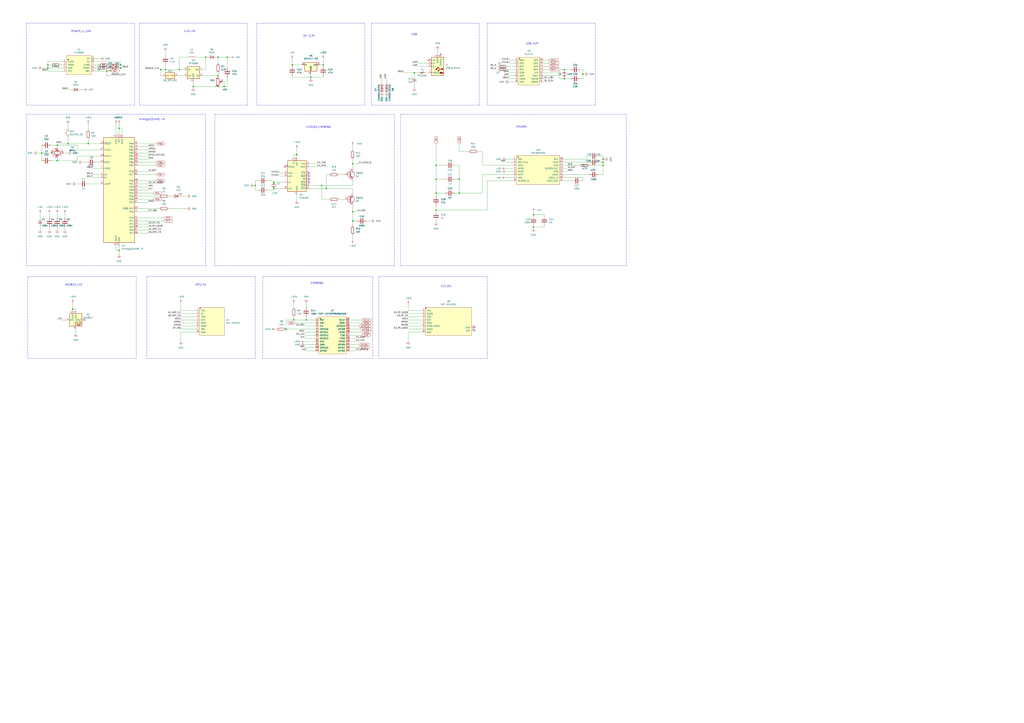
<source format=kicad_sch>
(kicad_sch (version 20211123) (generator eeschema)
  (paper "A1")
  (junction (at 46.99 119.38))
  (junction (at 289.56 134.62))
  (junction (at 264.16 152.4))
  (junction (at 289.56 173.99))
  (junction (at 158.75 71.12))
  (junction (at 358.14 135.89))
  (junction (at 438.15 186.69))
  (junction (at 99.06 55.88))
  (junction (at 179.07 71.12))
  (junction (at 358.14 172.72))
  (junction (at 135.89 57.15))
  (junction (at 39.37 55.88))
  (junction (at 265.43 53.34))
  (junction (at 251.46 262.89))
  (junction (at 46.99 132.08))
  (junction (at 87.63 58.42))
  (junction (at 55.88 118.11))
  (junction (at 132.08 57.15))
  (junction (at 267.97 154.94))
  (junction (at 224.79 149.86))
  (junction (at 34.29 125.73))
  (junction (at 495.3 133.35))
  (junction (at 72.39 118.11))
  (junction (at 240.03 53.34))
  (junction (at 59.69 254))
  (junction (at 209.55 152.4))
  (junction (at 179.07 62.23))
  (junction (at 438.15 176.53))
  (junction (at 377.19 147.32))
  (junction (at 495.3 135.89))
  (junction (at 377.19 158.75))
  (junction (at 243.84 127))
  (junction (at 255.27 63.5))
  (junction (at 99.06 53.34))
  (junction (at 340.36 59.69))
  (junction (at 97.79 205.74))
  (junction (at 97.79 105.41))
  (junction (at 184.15 71.12))
  (junction (at 168.91 46.99))
  (junction (at 289.56 181.61))
  (junction (at 358.14 147.32))
  (junction (at 495.3 130.81))
  (junction (at 39.37 53.34))
  (junction (at 463.55 64.77))
  (junction (at 186.69 46.99))
  (junction (at 358.14 158.75))
  (junction (at 179.07 46.99))
  (junction (at 234.95 270.51))
  (junction (at 147.32 57.15))
  (junction (at 478.79 60.96))
  (junction (at 463.55 57.15))
  (junction (at 224.79 154.94))
  (junction (at 241.3 262.89))
  (no_connect (at 389.89 269.24))
  (no_connect (at 389.89 271.78))
  (no_connect (at 69.85 262.89))
  (no_connect (at 233.68 137.16))
  (no_connect (at 351.79 49.53))
  (no_connect (at 254 144.78))
  (no_connect (at 254 142.24))
  (no_connect (at 254 149.86))
  (no_connect (at 254 147.32))
  (no_connect (at 361.95 44.45))
  (wire (pts (xy 53.34 186.69) (xy 53.34 189.23)))
  (wire (pts (xy 113.03 120.65) (xy 121.92 120.65)))
  (wire (pts (xy 335.28 260.35) (xy 346.71 260.35)))
  (wire (pts (xy 415.29 133.35) (xy 421.64 133.35)))
  (wire (pts (xy 358.14 172.72) (xy 400.05 172.72)))
  (wire (pts (xy 377.19 158.75) (xy 396.24 158.75)))
  (wire (pts (xy 46.99 186.69) (xy 46.99 189.23)))
  (wire (pts (xy 113.03 191.77) (xy 121.92 191.77)))
  (wire (pts (xy 49.53 53.34) (xy 52.07 53.34)))
  (wire (pts (xy 66.04 73.66) (xy 68.58 73.66)))
  (wire (pts (xy 255.27 63.5) (xy 265.43 63.5)))
  (polyline (pts (xy 323.85 93.98) (xy 323.85 218.44)))
  (wire (pts (xy 148.59 262.89) (xy 161.29 262.89)))
  (wire (pts (xy 46.99 119.38) (xy 46.99 121.92)))
  (wire (pts (xy 358.14 172.72) (xy 358.14 173.99)))
  (wire (pts (xy 255.27 60.96) (xy 255.27 63.5)))
  (wire (pts (xy 495.3 133.35) (xy 495.3 130.81)))
  (wire (pts (xy 459.74 57.15) (xy 463.55 57.15)))
  (wire (pts (xy 148.59 265.43) (xy 161.29 265.43)))
  (wire (pts (xy 153.67 46.99) (xy 147.32 46.99)))
  (wire (pts (xy 358.14 168.91) (xy 358.14 172.72)))
  (polyline (pts (xy 393.7 19.05) (xy 393.7 86.36)))
  (wire (pts (xy 113.03 184.15) (xy 121.92 184.15)))
  (wire (pts (xy 40.64 175.26) (xy 40.64 179.07)))
  (wire (pts (xy 495.3 128.27) (xy 495.3 130.81)))
  (wire (pts (xy 396.24 143.51) (xy 421.64 143.51)))
  (polyline (pts (xy 110.49 86.36) (xy 21.59 86.36)))
  (wire (pts (xy 476.25 57.15) (xy 478.79 57.15)))
  (wire (pts (xy 77.47 58.42) (xy 87.63 58.42)))
  (polyline (pts (xy 203.2 19.05) (xy 203.2 86.36)))
  (wire (pts (xy 265.43 63.5) (xy 265.43 62.23)))
  (wire (pts (xy 415.29 140.97) (xy 421.64 140.97)))
  (polyline (pts (xy 488.95 86.36) (xy 400.05 86.36)))
  (wire (pts (xy 373.38 147.32) (xy 377.19 147.32)))
  (wire (pts (xy 50.8 262.89) (xy 54.61 262.89)))
  (wire (pts (xy 445.77 54.61) (xy 450.85 54.61)))
  (wire (pts (xy 335.28 270.51) (xy 346.71 270.51)))
  (wire (pts (xy 264.16 163.83) (xy 264.16 152.4)))
  (wire (pts (xy 50.8 118.11) (xy 55.88 118.11)))
  (wire (pts (xy 342.9 52.07) (xy 351.79 52.07)))
  (polyline (pts (xy 209.55 227.33) (xy 209.55 294.64)))
  (wire (pts (xy 259.08 262.89) (xy 251.46 262.89)))
  (wire (pts (xy 287.02 280.67) (xy 292.1 280.67)))
  (wire (pts (xy 358.14 158.75) (xy 358.14 161.29)))
  (wire (pts (xy 97.79 55.88) (xy 99.06 55.88)))
  (wire (pts (xy 254 137.16) (xy 260.35 137.16)))
  (wire (pts (xy 72.39 101.6) (xy 72.39 106.68)))
  (wire (pts (xy 377.19 147.32) (xy 377.19 158.75)))
  (polyline (pts (xy 21.59 93.98) (xy 21.59 218.44)))
  (polyline (pts (xy 400.05 19.05) (xy 400.05 86.36)))
  (wire (pts (xy 87.63 62.23) (xy 87.63 58.42)))
  (wire (pts (xy 447.04 176.53) (xy 438.15 176.53)))
  (wire (pts (xy 463.55 64.77) (xy 463.55 63.5)))
  (wire (pts (xy 287.02 265.43) (xy 297.18 265.43)))
  (wire (pts (xy 270.51 143.51) (xy 267.97 143.51)))
  (polyline (pts (xy 168.91 93.98) (xy 168.91 218.44)))
  (wire (pts (xy 287.02 283.21) (xy 294.64 283.21)))
  (wire (pts (xy 287.02 288.29) (xy 292.1 288.29)))
  (wire (pts (xy 340.36 59.69) (xy 340.36 63.5)))
  (wire (pts (xy 438.15 186.69) (xy 438.15 187.96)))
  (wire (pts (xy 46.99 132.08) (xy 63.5 132.08)))
  (wire (pts (xy 250.19 278.13) (xy 259.08 278.13)))
  (wire (pts (xy 158.75 67.31) (xy 158.75 71.12)))
  (wire (pts (xy 39.37 50.8) (xy 39.37 53.34)))
  (wire (pts (xy 241.3 260.35) (xy 241.3 262.89)))
  (wire (pts (xy 88.9 55.88) (xy 90.17 55.88)))
  (wire (pts (xy 250.19 285.75) (xy 259.08 285.75)))
  (wire (pts (xy 287.02 262.89) (xy 297.18 262.89)))
  (wire (pts (xy 300.99 181.61) (xy 304.8 181.61)))
  (wire (pts (xy 219.71 156.21) (xy 224.79 156.21)))
  (wire (pts (xy 186.69 71.12) (xy 184.15 71.12)))
  (wire (pts (xy 289.56 130.81) (xy 289.56 134.62)))
  (wire (pts (xy 483.87 135.89) (xy 495.3 135.89)))
  (wire (pts (xy 254 152.4) (xy 264.16 152.4)))
  (polyline (pts (xy 176.53 93.98) (xy 323.85 93.98)))
  (wire (pts (xy 179.07 46.99) (xy 179.07 52.07)))
  (wire (pts (xy 240.03 62.23) (xy 240.03 63.5)))
  (polyline (pts (xy 400.05 294.64) (xy 311.15 294.64)))
  (polyline (pts (xy 203.2 86.36) (xy 114.3 86.36)))
  (wire (pts (xy 34.29 125.73) (xy 34.29 132.08)))
  (wire (pts (xy 396.24 135.89) (xy 396.24 124.46)))
  (wire (pts (xy 87.63 58.42) (xy 91.44 58.42)))
  (wire (pts (xy 462.28 130.81) (xy 481.33 130.81)))
  (wire (pts (xy 100.33 110.49) (xy 100.33 105.41)))
  (polyline (pts (xy 328.93 93.98) (xy 328.93 218.44)))
  (wire (pts (xy 417.83 67.31) (xy 422.91 67.31)))
  (wire (pts (xy 148.59 270.51) (xy 161.29 270.51)))
  (wire (pts (xy 39.37 55.88) (xy 52.07 55.88)))
  (wire (pts (xy 224.79 149.86) (xy 233.68 149.86)))
  (wire (pts (xy 138.43 161.29) (xy 140.97 161.29)))
  (wire (pts (xy 77.47 48.26) (xy 82.55 48.26)))
  (polyline (pts (xy 304.8 19.05) (xy 393.7 19.05)))
  (wire (pts (xy 113.03 163.83) (xy 125.73 163.83)))
  (wire (pts (xy 247.65 53.34) (xy 240.03 53.34)))
  (polyline (pts (xy 328.93 93.98) (xy 514.35 93.98)))
  (wire (pts (xy 415.29 146.05) (xy 421.64 146.05)))
  (wire (pts (xy 95.25 205.74) (xy 97.79 205.74)))
  (wire (pts (xy 346.71 255.27) (xy 335.28 255.27)))
  (wire (pts (xy 113.03 130.81) (xy 121.92 130.81)))
  (wire (pts (xy 113.03 153.67) (xy 121.92 153.67)))
  (wire (pts (xy 250.19 280.67) (xy 259.08 280.67)))
  (wire (pts (xy 240.03 53.34) (xy 240.03 54.61)))
  (wire (pts (xy 335.28 255.27) (xy 335.28 250.19)))
  (polyline (pts (xy 306.07 294.64) (xy 215.9 294.64)))
  (wire (pts (xy 179.07 59.69) (xy 179.07 62.23)))
  (wire (pts (xy 63.5 128.27) (xy 82.55 128.27)))
  (polyline (pts (xy 210.82 19.05) (xy 210.82 86.36)))
  (wire (pts (xy 184.15 67.31) (xy 184.15 71.12)))
  (wire (pts (xy 113.03 125.73) (xy 121.92 125.73)))
  (wire (pts (xy 34.29 55.88) (xy 39.37 55.88)))
  (wire (pts (xy 62.23 255.27) (xy 62.23 254)))
  (wire (pts (xy 224.79 148.59) (xy 224.79 149.86)))
  (wire (pts (xy 331.47 59.69) (xy 340.36 59.69)))
  (wire (pts (xy 234.95 270.51) (xy 259.08 270.51)))
  (wire (pts (xy 41.91 119.38) (xy 46.99 119.38)))
  (wire (pts (xy 30.48 125.73) (xy 34.29 125.73)))
  (wire (pts (xy 445.77 67.31) (xy 447.04 67.31)))
  (wire (pts (xy 41.91 53.34) (xy 39.37 53.34)))
  (wire (pts (xy 113.03 151.13) (xy 121.92 151.13)))
  (wire (pts (xy 447.04 177.8) (xy 447.04 176.53)))
  (wire (pts (xy 148.59 161.29) (xy 153.67 161.29)))
  (wire (pts (xy 468.63 57.15) (xy 463.55 57.15)))
  (wire (pts (xy 148.59 267.97) (xy 161.29 267.97)))
  (wire (pts (xy 46.99 132.08) (xy 41.91 132.08)))
  (polyline (pts (xy 114.3 19.05) (xy 203.2 19.05)))
  (wire (pts (xy 168.91 57.15) (xy 168.91 46.99)))
  (wire (pts (xy 241.3 262.89) (xy 234.95 262.89)))
  (wire (pts (xy 335.28 265.43) (xy 346.71 265.43)))
  (polyline (pts (xy 114.3 19.05) (xy 114.3 86.36)))
  (wire (pts (xy 377.19 124.46) (xy 384.81 124.46)))
  (wire (pts (xy 265.43 53.34) (xy 262.89 53.34)))
  (wire (pts (xy 251.46 262.89) (xy 251.46 260.35)))
  (wire (pts (xy 33.02 175.26) (xy 33.02 180.34)))
  (wire (pts (xy 95.25 101.6) (xy 95.25 110.49)))
  (wire (pts (xy 113.03 161.29) (xy 130.81 161.29)))
  (wire (pts (xy 250.19 273.05) (xy 259.08 273.05)))
  (wire (pts (xy 46.99 175.26) (xy 46.99 179.07)))
  (wire (pts (xy 317.5 64.77) (xy 317.5 68.58)))
  (wire (pts (xy 407.67 54.61) (xy 408.94 54.61)))
  (wire (pts (xy 212.09 148.59) (xy 209.55 148.59)))
  (polyline (pts (xy 400.05 19.05) (xy 488.95 19.05)))
  (wire (pts (xy 462.28 135.89) (xy 476.25 135.89)))
  (wire (pts (xy 462.28 146.05) (xy 478.79 146.05)))
  (polyline (pts (xy 311.15 227.33) (xy 311.15 294.64)))
  (wire (pts (xy 113.03 140.97) (xy 121.92 140.97)))
  (wire (pts (xy 373.38 135.89) (xy 377.19 135.89)))
  (wire (pts (xy 462.28 133.35) (xy 483.87 133.35)))
  (wire (pts (xy 113.03 128.27) (xy 121.92 128.27)))
  (wire (pts (xy 95.25 201.93) (xy 95.25 205.74)))
  (wire (pts (xy 447.04 186.69) (xy 438.15 186.69)))
  (wire (pts (xy 438.15 176.53) (xy 438.15 177.8)))
  (wire (pts (xy 113.03 158.75) (xy 125.73 158.75)))
  (wire (pts (xy 243.84 121.92) (xy 243.84 127)))
  (wire (pts (xy 373.38 158.75) (xy 377.19 158.75)))
  (wire (pts (xy 241.3 262.89) (xy 251.46 262.89)))
  (wire (pts (xy 243.84 160.02) (xy 243.84 165.1)))
  (wire (pts (xy 76.2 146.05) (xy 82.55 146.05)))
  (wire (pts (xy 445.77 64.77) (xy 447.04 64.77)))
  (wire (pts (xy 229.87 142.24) (xy 233.68 142.24)))
  (wire (pts (xy 39.37 58.42) (xy 52.07 58.42)))
  (wire (pts (xy 97.79 53.34) (xy 99.06 53.34)))
  (wire (pts (xy 147.32 46.99) (xy 147.32 57.15)))
  (wire (pts (xy 99.06 50.8) (xy 99.06 53.34)))
  (wire (pts (xy 132.08 57.15) (xy 135.89 57.15)))
  (wire (pts (xy 179.07 46.99) (xy 186.69 46.99)))
  (polyline (pts (xy 328.93 218.44) (xy 514.35 218.44)))
  (wire (pts (xy 495.3 133.35) (xy 495.3 135.89)))
  (wire (pts (xy 240.03 63.5) (xy 255.27 63.5)))
  (polyline (pts (xy 304.8 19.05) (xy 304.8 86.36)))
  (polyline (pts (xy 21.59 93.98) (xy 168.91 93.98)))
  (wire (pts (xy 476.25 64.77) (xy 478.79 64.77)))
  (wire (pts (xy 267.97 143.51) (xy 267.97 154.94)))
  (wire (pts (xy 72.39 114.3) (xy 72.39 118.11)))
  (polyline (pts (xy 22.86 227.33) (xy 22.86 294.64)))
  (wire (pts (xy 34.29 119.38) (xy 34.29 125.73)))
  (wire (pts (xy 250.19 275.59) (xy 259.08 275.59)))
  (wire (pts (xy 113.03 173.99) (xy 121.92 173.99)))
  (wire (pts (xy 166.37 57.15) (xy 168.91 57.15)))
  (wire (pts (xy 77.47 50.8) (xy 99.06 50.8)))
  (wire (pts (xy 478.79 57.15) (xy 478.79 60.96)))
  (wire (pts (xy 289.56 193.04) (xy 289.56 196.85)))
  (wire (pts (xy 377.19 118.11) (xy 377.19 124.46)))
  (wire (pts (xy 416.56 54.61) (xy 422.91 54.61)))
  (wire (pts (xy 396.24 143.51) (xy 396.24 158.75)))
  (wire (pts (xy 462.28 140.97) (xy 466.09 140.97)))
  (wire (pts (xy 400.05 148.59) (xy 400.05 172.72)))
  (wire (pts (xy 113.03 133.35) (xy 128.27 133.35)))
  (wire (pts (xy 495.3 130.81) (xy 496.57 130.81)))
  (wire (pts (xy 335.28 257.81) (xy 346.71 257.81)))
  (polyline (pts (xy 22.86 227.33) (xy 111.76 227.33)))
  (wire (pts (xy 63.5 123.19) (xy 82.55 123.19)))
  (wire (pts (xy 438.15 185.42) (xy 438.15 186.69)))
  (wire (pts (xy 224.79 156.21) (xy 224.79 154.94)))
  (wire (pts (xy 445.77 59.69) (xy 459.74 59.69)))
  (wire (pts (xy 55.88 114.3) (xy 55.88 118.11)))
  (wire (pts (xy 445.77 62.23) (xy 459.74 62.23)))
  (wire (pts (xy 365.76 147.32) (xy 358.14 147.32)))
  (wire (pts (xy 358.14 118.11) (xy 358.14 135.89)))
  (wire (pts (xy 63.5 123.19) (xy 63.5 119.38)))
  (polyline (pts (xy 111.76 294.64) (xy 22.86 294.64)))
  (wire (pts (xy 138.43 171.45) (xy 153.67 171.45)))
  (polyline (pts (xy 393.7 86.36) (xy 304.8 86.36)))
  (wire (pts (xy 135.89 41.91) (xy 135.89 45.72)))
  (wire (pts (xy 113.03 123.19) (xy 121.92 123.19)))
  (polyline (pts (xy 209.55 294.64) (xy 120.65 294.64)))
  (wire (pts (xy 459.74 62.23) (xy 459.74 64.77)))
  (wire (pts (xy 226.06 270.51) (xy 227.33 270.51)))
  (wire (pts (xy 335.28 267.97) (xy 346.71 267.97)))
  (wire (pts (xy 97.79 201.93) (xy 97.79 205.74)))
  (wire (pts (xy 168.91 46.99) (xy 161.29 46.99)))
  (wire (pts (xy 179.07 62.23) (xy 179.07 63.5)))
  (wire (pts (xy 219.71 148.59) (xy 224.79 148.59)))
  (wire (pts (xy 46.99 129.54) (xy 46.99 132.08)))
  (wire (pts (xy 76.2 138.43) (xy 82.55 138.43)))
  (wire (pts (xy 287.02 285.75) (xy 294.64 285.75)))
  (wire (pts (xy 462.28 143.51) (xy 483.87 143.51)))
  (polyline (pts (xy 215.9 227.33) (xy 306.07 227.33)))
  (wire (pts (xy 400.05 148.59) (xy 421.64 148.59)))
  (wire (pts (xy 250.19 283.21) (xy 259.08 283.21)))
  (wire (pts (xy 445.77 52.07) (xy 450.85 52.07)))
  (wire (pts (xy 267.97 154.94) (xy 289.56 154.94)))
  (wire (pts (xy 113.03 118.11) (xy 128.27 118.11)))
  (wire (pts (xy 417.83 59.69) (xy 422.91 59.69)))
  (wire (pts (xy 209.55 152.4) (xy 208.28 152.4)))
  (wire (pts (xy 251.46 248.92) (xy 251.46 252.73)))
  (wire (pts (xy 495.3 135.89) (xy 495.3 143.51)))
  (wire (pts (xy 415.29 138.43) (xy 421.64 138.43)))
  (wire (pts (xy 53.34 175.26) (xy 53.34 179.07)))
  (wire (pts (xy 135.89 57.15) (xy 147.32 57.15)))
  (wire (pts (xy 478.79 146.05) (xy 478.79 148.59)))
  (wire (pts (xy 242.57 265.43) (xy 259.08 265.43)))
  (wire (pts (xy 335.28 262.89) (xy 346.71 262.89)))
  (wire (pts (xy 113.03 186.69) (xy 121.92 186.69)))
  (wire (pts (xy 168.91 46.99) (xy 170.18 46.99)))
  (wire (pts (xy 77.47 55.88) (xy 81.28 55.88)))
  (wire (pts (xy 113.03 156.21) (xy 121.92 156.21)))
  (wire (pts (xy 255.27 63.5) (xy 255.27 64.77)))
  (wire (pts (xy 148.59 255.27) (xy 148.59 248.92)))
  (wire (pts (xy 289.56 181.61) (xy 289.56 173.99)))
  (wire (pts (xy 46.99 119.38) (xy 63.5 119.38)))
  (polyline (pts (xy 210.82 19.05) (xy 299.72 19.05)))
  (wire (pts (xy 289.56 168.91) (xy 289.56 173.99)))
  (wire (pts (xy 340.36 68.58) (xy 340.36 72.39)))
  (wire (pts (xy 52.07 50.8) (xy 39.37 50.8)))
  (wire (pts (xy 240.03 53.34) (xy 240.03 48.26)))
  (polyline (pts (xy 311.15 227.33) (xy 400.05 227.33)))
  (wire (pts (xy 78.74 133.35) (xy 82.55 133.35)))
  (polyline (pts (xy 120.65 227.33) (xy 120.65 294.64)))
  (wire (pts (xy 161.29 255.27) (xy 148.59 255.27)))
  (wire (pts (xy 468.63 64.77) (xy 463.55 64.77)))
  (wire (pts (xy 278.13 163.83) (xy 281.94 163.83)))
  (wire (pts (xy 132.08 57.15) (xy 132.08 62.23)))
  (polyline (pts (xy 120.65 227.33) (xy 209.55 227.33)))
  (wire (pts (xy 99.06 55.88) (xy 100.33 55.88)))
  (wire (pts (xy 182.88 67.31) (xy 184.15 67.31)))
  (wire (pts (xy 55.88 118.11) (xy 72.39 118.11)))
  (wire (pts (xy 113.03 148.59) (xy 128.27 148.59)))
  (wire (pts (xy 463.55 57.15) (xy 463.55 58.42)))
  (wire (pts (xy 224.79 154.94) (xy 233.68 154.94)))
  (wire (pts (xy 438.15 173.99) (xy 438.15 176.53)))
  (wire (pts (xy 91.44 62.23) (xy 87.63 62.23)))
  (wire (pts (xy 264.16 152.4) (xy 289.56 152.4)))
  (wire (pts (xy 229.87 144.78) (xy 233.68 144.78)))
  (wire (pts (xy 416.56 57.15) (xy 422.91 57.15)))
  (wire (pts (xy 40.64 186.69) (xy 40.64 189.23)))
  (wire (pts (xy 113.03 166.37) (xy 121.92 166.37)))
  (wire (pts (xy 62.23 254) (xy 59.69 254)))
  (wire (pts (xy 158.75 71.12) (xy 179.07 71.12)))
  (wire (pts (xy 72.39 118.11) (xy 82.55 118.11)))
  (wire (pts (xy 161.29 273.05) (xy 148.59 273.05)))
  (wire (pts (xy 294.64 134.62) (xy 289.56 134.62)))
  (wire (pts (xy 358.14 135.89) (xy 365.76 135.89)))
  (wire (pts (xy 76.2 143.51) (xy 82.55 143.51)))
  (wire (pts (xy 459.74 64.77) (xy 463.55 64.77)))
  (wire (pts (xy 313.69 64.77) (xy 313.69 68.58)))
  (wire (pts (xy 447.04 185.42) (xy 447.04 186.69)))
  (wire (pts (xy 358.14 181.61) (xy 358.14 182.88)))
  (polyline (pts (xy 215.9 227.33) (xy 215.9 294.64)))
  (wire (pts (xy 250.19 267.97) (xy 259.08 267.97)))
  (wire (pts (xy 186.69 46.99) (xy 189.23 46.99)))
  (wire (pts (xy 349.25 59.69) (xy 351.79 59.69)))
  (wire (pts (xy 478.79 64.77) (xy 478.79 60.96)))
  (wire (pts (xy 289.56 119.38) (xy 289.56 123.19)))
  (wire (pts (xy 113.03 171.45) (xy 130.81 171.45)))
  (wire (pts (xy 184.15 71.12) (xy 179.07 71.12)))
  (wire (pts (xy 478.79 60.96) (xy 480.06 60.96)))
  (wire (pts (xy 289.56 148.59) (xy 289.56 152.4)))
  (polyline (pts (xy 488.95 19.05) (xy 488.95 86.36)))
  (wire (pts (xy 113.03 181.61) (xy 134.62 181.61)))
  (wire (pts (xy 462.28 138.43) (xy 466.09 138.43)))
  (wire (pts (xy 62.23 151.13) (xy 64.77 151.13)))
  (wire (pts (xy 135.89 53.34) (xy 135.89 57.15)))
  (wire (pts (xy 33.02 185.42) (xy 33.02 189.23)))
  (wire (pts (xy 67.31 133.35) (xy 71.12 133.35)))
  (wire (pts (xy 340.36 59.69) (xy 344.17 59.69)))
  (polyline (pts (xy 111.76 227.33) (xy 111.76 294.64)))
  (wire (pts (xy 483.87 128.27) (xy 481.33 128.27)))
  (wire (pts (xy 335.28 273.05) (xy 335.28 280.67)))
  (wire (pts (xy 417.83 62.23) (xy 422.91 62.23)))
  (wire (pts (xy 419.1 52.07) (xy 422.91 52.07)))
  (wire (pts (xy 359.41 40.64) (xy 359.41 44.45)))
  (wire (pts (xy 166.37 62.23) (xy 179.07 62.23)))
  (wire (pts (xy 289.56 181.61) (xy 289.56 185.42)))
  (wire (pts (xy 346.71 273.05) (xy 335.28 273.05)))
  (wire (pts (xy 251.46 288.29) (xy 259.08 288.29)))
  (wire (pts (xy 415.29 130.81) (xy 421.64 130.81)))
  (wire (pts (xy 289.56 173.99) (xy 293.37 173.99)))
  (wire (pts (xy 209.55 156.21) (xy 209.55 152.4)))
  (wire (pts (xy 459.74 59.69) (xy 459.74 57.15)))
  (wire (pts (xy 287.02 267.97) (xy 294.64 267.97)))
  (wire (pts (xy 254 154.94) (xy 267.97 154.94)))
  (polyline (pts (xy 299.72 19.05) (xy 299.72 86.36)))
  (polyline (pts (xy 21.59 19.05) (xy 110.49 19.05)))
  (wire (pts (xy 72.39 151.13) (xy 82.55 151.13)))
  (wire (pts (xy 55.88 101.6) (xy 55.88 104.14)))
  (wire (pts (xy 287.02 275.59) (xy 297.18 275.59)))
  (polyline (pts (xy 110.49 19.05) (xy 110.49 86.36)))
  (wire (pts (xy 186.69 63.5) (xy 186.69 71.12)))
  (wire (pts (xy 358.14 158.75) (xy 365.76 158.75)))
  (wire (pts (xy 100.33 105.41) (xy 97.79 105.41)))
  (wire (pts (xy 209.55 148.59) (xy 209.55 152.4)))
  (wire (pts (xy 148.59 260.35) (xy 161.29 260.35)))
  (wire (pts (xy 241.3 129.54) (xy 241.3 127)))
  (wire (pts (xy 445.77 49.53) (xy 450.85 49.53)))
  (wire (pts (xy 88.9 53.34) (xy 90.17 53.34)))
  (wire (pts (xy 445.77 57.15) (xy 450.85 57.15)))
  (wire (pts (xy 97.79 205.74) (xy 97.79 209.55)))
  (wire (pts (xy 243.84 127) (xy 243.84 129.54)))
  (wire (pts (xy 99.06 53.34) (xy 99.06 55.88)))
  (wire (pts (xy 148.59 257.81) (xy 161.29 257.81)))
  (wire (pts (xy 407.67 57.15) (xy 408.94 57.15)))
  (wire (pts (xy 462.28 148.59) (xy 469.9 148.59)))
  (wire (pts (xy 177.8 46.99) (xy 179.07 46.99)))
  (polyline (pts (xy 168.91 218.44) (xy 21.59 218.44)))
  (wire (pts (xy 241.3 248.92) (xy 241.3 252.73)))
  (wire (pts (xy 278.13 143.51) (xy 281.94 143.51)))
  (wire (pts (xy 377.19 135.89) (xy 377.19 147.32)))
  (wire (pts (xy 293.37 181.61) (xy 289.56 181.61)))
  (wire (pts (xy 481.33 128.27) (xy 481.33 130.81)))
  (wire (pts (xy 63.5 132.08) (xy 63.5 128.27)))
  (wire (pts (xy 39.37 53.34) (xy 39.37 55.88)))
  (wire (pts (xy 478.79 148.59) (xy 477.52 148.59)))
  (wire (pts (xy 265.43 54.61) (xy 265.43 53.34)))
  (wire (pts (xy 358.14 135.89) (xy 358.14 147.32)))
  (wire (pts (xy 396.24 135.89) (xy 421.64 135.89)))
  (wire (pts (xy 97.79 101.6) (xy 97.79 105.41)))
  (wire (pts (xy 147.32 62.23) (xy 151.13 62.23)))
  (wire (pts (xy 419.1 49.53) (xy 422.91 49.53)))
  (wire (pts (xy 287.02 270.51) (xy 295.91 270.51)))
  (wire (pts (xy 148.59 273.05) (xy 148.59 280.67)))
  (wire (pts (xy 264.16 163.83) (xy 270.51 163.83)))
  (wire (pts (xy 289.56 134.62) (xy 289.56 138.43)))
  (wire (pts (xy 491.49 128.27) (xy 495.3 128.27)))
  (wire (pts (xy 130.81 57.15) (xy 132.08 57.15)))
  (wire (pts (xy 287.02 278.13) (xy 292.1 278.13)))
  (wire (pts (xy 113.03 189.23) (xy 121.92 189.23)))
  (wire (pts (xy 212.09 156.21) (xy 209.55 156.21)))
  (wire (pts (xy 234.95 262.89) (xy 234.95 270.51)))
  (wire (pts (xy 241.3 127) (xy 243.84 127)))
  (polyline (pts (xy 176.53 93.98) (xy 176.53 218.44)))
  (wire (pts (xy 59.69 248.92) (xy 59.69 254)))
  (wire (pts (xy 52.07 125.73) (xy 55.88 125.73)))
  (wire (pts (xy 59.69 254) (xy 59.69 255.27)))
  (wire (pts (xy 62.23 270.51) (xy 62.23 274.32)))
  (wire (pts (xy 186.69 46.99) (xy 186.69 55.88)))
  (wire (pts (xy 34.29 125.73) (xy 41.91 125.73)))
  (polyline (pts (xy 323.85 218.44) (xy 176.53 218.44)))
  (wire (pts (xy 77.47 53.34) (xy 81.28 53.34)))
  (wire (pts (xy 113.03 179.07) (xy 134.62 179.07)))
  (wire (pts (xy 342.9 54.61) (xy 351.79 54.61)))
  (wire (pts (xy 287.02 273.05) (xy 297.18 273.05)))
  (wire (pts (xy 265.43 48.26) (xy 265.43 53.34)))
  (polyline (pts (xy 514.35 218.44) (xy 514.35 93.98)))
  (polyline (pts (xy 299.72 86.36) (xy 210.82 86.36)))
  (wire (pts (xy 254 134.62) (xy 260.35 134.62)))
  (wire (pts (xy 289.56 158.75) (xy 289.56 154.94)))
  (wire (pts (xy 113.03 135.89) (xy 128.27 135.89)))
  (polyline (pts (xy 21.59 19.05) (xy 21.59 86.36)))
  (wire (pts (xy 392.43 124.46) (xy 396.24 124.46)))
  (wire (pts (xy 55.88 73.66) (xy 58.42 73.66)))
  (wire (pts (xy 147.32 57.15) (xy 151.13 57.15)))
  (polyline (pts (xy 400.05 227.33) (xy 400.05 294.64)))
  (wire (pts (xy 491.49 143.51) (xy 495.3 143.51)))
  (wire (pts (xy 158.75 72.39) (xy 158.75 71.12)))
  (wire (pts (xy 491.49 133.35) (xy 495.3 133.35)))
  (wire (pts (xy 358.14 147.32) (xy 358.14 158.75)))
  (wire (pts (xy 97.79 105.41) (xy 97.79 110.49)))
  (polyline (pts (xy 306.07 227.33) (xy 306.07 294.64)))
  (wire (pts (xy 113.03 143.51) (xy 128.27 143.51)))
  (wire (pts (xy 417.83 64.77) (xy 422.91 64.77)))
  (text "USB\n" (at 337.82 29.21 0) (effects (font (size 1.5 1.5)) (justify left bottom)))
  (text "CC1101" (at 361.95 236.22 0) (effects (font (size 1.5 1.5)) (justify left bottom)))
  (text "WS2812_LED" (at 53.34 234.95 0) (effects (font (size 1.5 1.5)) (justify left bottom)))
  (text "4.2V-5V" (at 151.13 26.67 0) (effects (font (size 1.5 1.5)) (justify left bottom)))
  (text "POWER_LI_LON\n" (at 58.42 26.67 0) (effects (font (size 1.5 1.5)) (justify left bottom)))
  (text "EM4095" (at 423.5527 105.246 0) (effects (font (size 1.5 1.5)) (justify left bottom)))
  (text "CH340G_ESP8266" (at 251.46 105.41 0) (effects (font (size 1.5 1.5)) (justify left bottom)))
  (text "5V-3.3V" (at 248.92 30.48 0) (effects (font (size 1.5 1.5)) (justify left bottom)))
  (text "ESP8266" (at 255.27 233.68 0) (effects (font (size 1.5 1.5)) (justify left bottom)))
  (text "ATmega32U4RC-M" (at 114.3 99.06 0) (effects (font (size 1.5 1.5)) (justify left bottom)))
  (text "USB_HUP" (at 431.8 36.83 0) (effects (font (size 1.5 1.5)) (justify left bottom)))
  (text "nRF2.4G" (at 160.02 234.95 0) (effects (font (size 1.5 1.5)) (justify left bottom)))
  (label "AMOSI" (at 121.92 123.19 0))
  (label "ASCK" (at 335.28 262.89 180))
  (label "ID_OUT" (at 466.09 138.43 0))
  (label "RD_N" (at 407.67 57.15 180))
  (label "VBUS" (at 39.37 58.42 180))
  (label "A2_RF_GDO0" (at 121.92 186.69 0))
  (label "ASCK" (at 148.59 262.89 180))
  (label "LED" (at 251.46 288.29 180))
  (label "CHUD-" (at 229.87 144.78 180))
  (label "VBUS" (at 417.83 64.77 180))
  (label "EN_LED" (at 250.19 275.59 180))
  (label "ID_OUT" (at 121.92 140.97 0))
  (label "LED" (at 50.8 262.89 180))
  (label "AMISO" (at 121.92 125.73 0))
  (label "AMISO" (at 148.59 267.97 180))
  (label "ATX" (at 121.92 156.21 0))
  (label "CH_GPIO_0" (at 294.64 134.62 0))
  (label "CH_GPIO_0" (at 292.1 288.29 0))
  (label "ASCK" (at 121.92 120.65 0))
  (label "UDM" (at 417.83 59.69 180))
  (label "UDP" (at 313.69 64.77 90))
  (label "RD_P" (at 407.67 54.61 180))
  (label "A3_RF_CS" (at 121.92 184.15 0))
  (label "A0_NRF_CS" (at 148.59 260.35 180))
  (label "SHD" (at 121.92 130.81 0))
  (label "UDM" (at 317.5 64.77 90))
  (label "OPEN_CC1101" (at 121.92 128.27 0))
  (label "UDM" (at 342.9 52.07 180))
  (label "VBUS" (at 55.88 73.66 180))
  (label "A2_RF_GDO0" (at 335.28 257.81 180))
  (label "SHD" (at 466.09 135.89 0))
  (label "SL_1.8V" (at 447.04 64.77 0))
  (label "RDY" (at 415.29 133.35 180))
  (label "MOD" (at 121.92 166.37 0))
  (label "RD_N" (at 76.2 143.51 180))
  (label "D7_IRQ" (at 148.59 270.51 180))
  (label "A1_NRF_CE" (at 148.59 257.81 180))
  (label "RD_P" (at 76.2 146.05 180))
  (label "D2_RF_GDO2" (at 121.92 151.13 0))
  (label "CHUD+" (at 419.1 52.07 180))
  (label "CH_RST" (at 293.37 173.99 0))
  (label "MOD" (at 466.09 140.97 0))
  (label "A1_NRF_CE" (at 121.92 189.23 0))
  (label "ARST" (at 250.19 273.05 180))
  (label "CH_TXD" (at 260.35 134.62 0))
  (label "ARX" (at 250.19 285.75 180))
  (label "AMOSI" (at 335.28 265.43 180))
  (label "CH_RXD" (at 260.35 137.16 0))
  (label "SL_3.3V" (at 447.04 67.31 0))
  (label "D7_IRQ" (at 121.92 173.99 0))
  (label "ARST" (at 50.8 118.11 180))
  (label "D2_RF_GDO2" (at 335.28 270.51 180))
  (label "ARX" (at 121.92 153.67 0))
  (label "VBUS" (at 331.47 59.69 180))
  (label "CH_TXD" (at 292.1 280.67 0))
  (label "CHUD+" (at 229.87 142.24 180))
  (label "VBUS" (at 76.2 138.43 180))
  (label "CH_RXD" (at 292.1 278.13 0))
  (label "UDP" (at 417.83 62.23 180))
  (label "VBUS" (at 100.33 55.88 0))
  (label "POWER_4.2V" (at 91.44 62.23 0))
  (label "UDP" (at 342.9 54.61 180))
  (label "A0_NRF_CS" (at 121.92 191.77 0))
  (label "CH_RST" (at 250.19 267.97 180))
  (label "AMISO" (at 335.28 267.97 180))
  (label "ATX" (at 250.19 278.13 180))
  (label "CHUD-" (at 419.1 49.53 180))
  (label "POWER_4.2V" (at 130.81 57.15 180))
  (label "A3_RF_CS" (at 335.28 260.35 180))
  (label "AMOSI" (at 148.59 265.43 180))
  (global_label "LB2" (shape input) (at 377.19 118.11 90) (property "Intersheet References" "${INTERSHEET_REFS}" (effects hide)))
  (global_label "MISO" (shape bidirectional) (at 297.18 273.05 0) (property "Intersheet References" "${INTERSHEET_REFS}" (effects hide)))
  (global_label "ADC" (shape input) (at 242.57 265.43 180) (property "Intersheet References" "${INTERSHEET_REFS}" (effects hide)))
  (global_label "PB6" (shape bidirectional) (at 128.27 133.35 0) (property "Intersheet References" "${INTERSHEET_REFS}" (effects hide)))
  (global_label "BAT" (shape bidirectional) (at 91.44 58.42 0) (property "Intersheet References" "${INTERSHEET_REFS}" (effects hide)))
  (global_label "DM4-" (shape input) (at 450.85 57.15 0) (property "Intersheet References" "${INTERSHEET_REFS}" (effects hide)))
  (global_label "PF0" (shape bidirectional) (at 134.62 179.07 0) (property "Intersheet References" "${INTERSHEET_REFS}" (effects hide)))
  (global_label "PB0" (shape bidirectional) (at 128.27 118.11 0) (property "Intersheet References" "${INTERSHEET_REFS}" (effects hide)))
  (global_label "PD4" (shape bidirectional) (at 125.73 158.75 0) (property "Intersheet References" "${INTERSHEET_REFS}" (effects hide)))
  (global_label "DP4+" (shape input) (at 450.85 54.61 0) (property "Intersheet References" "${INTERSHEET_REFS}" (effects hide)))
  (global_label "MOSI" (shape bidirectional) (at 297.18 265.43 0) (property "Intersheet References" "${INTERSHEET_REFS}" (effects hide)))
  (global_label "GPIO9" (shape bidirectional) (at 295.91 270.51 0) (property "Intersheet References" "${INTERSHEET_REFS}" (effects hide)))
  (global_label "PF1" (shape bidirectional) (at 134.62 181.61 0) (property "Intersheet References" "${INTERSHEET_REFS}" (effects hide)))
  (global_label "PD6" (shape bidirectional) (at 125.73 163.83 0) (property "Intersheet References" "${INTERSHEET_REFS}" (effects hide)))
  (global_label "PD0" (shape bidirectional) (at 128.27 148.59 0) (property "Intersheet References" "${INTERSHEET_REFS}" (effects hide)))
  (global_label "PB7" (shape bidirectional) (at 128.27 143.51 0) (property "Intersheet References" "${INTERSHEET_REFS}" (effects hide)))
  (global_label "LB1" (shape input) (at 358.14 118.11 90) (property "Intersheet References" "${INTERSHEET_REFS}" (effects hide)))
  (global_label "GPIO5" (shape bidirectional) (at 294.64 283.21 0) (property "Intersheet References" "${INTERSHEET_REFS}" (effects hide)))
  (global_label "SCLK" (shape bidirectional) (at 297.18 262.89 0) (property "Intersheet References" "${INTERSHEET_REFS}" (effects hide)))
  (global_label "GPIO10" (shape bidirectional) (at 294.64 267.97 0) (property "Intersheet References" "${INTERSHEET_REFS}" (effects hide)))
  (global_label "DM3-" (shape input) (at 450.85 52.07 0) (property "Intersheet References" "${INTERSHEET_REFS}" (effects hide)))
  (global_label "PB7" (shape bidirectional) (at 128.27 135.89 0) (property "Intersheet References" "${INTERSHEET_REFS}" (effects hide)))
  (global_label "DP3+" (shape input) (at 450.85 49.53 0) (property "Intersheet References" "${INTERSHEET_REFS}" (effects hide)))
  (global_label "GPIO4" (shape bidirectional) (at 294.64 285.75 0) (property "Intersheet References" "${INTERSHEET_REFS}" (effects hide)))
  (global_label "CS0" (shape bidirectional) (at 297.18 275.59 0) (property "Intersheet References" "${INTERSHEET_REFS}" (effects hide)))
  (symbol (lib_id "power:GND") (at 415.29 140.97 270) (unit 1)
    (property "Reference" "#PWR053" (effects hide))
    (property "Value" "GND" (at 411.48 140.9699 90) (effects (justify right)))
  )
  (symbol (lib_id "power:+5V") (at 415.29 138.43 90) (unit 1)
    (property "Reference" "#PWR052" (effects hide))
    (property "Value" "+5V" (at 411.48 138.4299 90) (effects (justify left)))
  )
  (symbol (lib_id "Device:C") (at 369.57 147.32 90) (unit 1)
    (property "Reference" "C21" (at 369.57 143.51 90))
    (property "Value" "1n" (at 369.57 151.13 90))
  )
  (symbol (lib_id "Diode:1N914") (at 62.23 73.66 180) (unit 1)
    (property "Reference" "D1" (at 62.23 67.31 0))
    (property "Value" "SS34" (at 62.23 69.85 0))
    (property "Footprint" "Diode_SMD:D_1210_3225Metric" (effects hide))
    (property "Datasheet" "http://www.vishay.com/docs/85622/1n914.pdf" (effects hide))
  )
  (symbol (lib_id "power:GND") (at 82.55 48.26 90) (unit 1)
    (property "Reference" "#PWR019" (effects hide))
    (property "Value" "GND" (at 86.36 48.2599 90) (effects (justify right)))
  )
  (symbol (lib_id "power:+3.3V") (at 53.34 175.26 0) (unit 1)
    (property "Reference" "#PWR09" (effects hide))
    (property "Value" "+3.3V" (at 53.34 170.18 0))
  )
  (symbol (lib_id "Device:R") (at 274.32 143.51 90) (mirror x) (unit 1)
    (property "Reference" "R10" (at 274.32 137.16 90))
    (property "Value" "12k" (at 274.32 139.7 90))
    (property "Footprint" "Resistor_SMD:R_0603_1608Metric" (effects hide))
  )
  (symbol (lib_id "esp8266:ESP-12F(ESP8266MOD)") (at 273.05 275.59 0) (unit 1)
    (property "Reference" "U7" (at 273.05 255.27 0))
    (property "Value" "ESP-12F(ESP8266MOD)" (at 273.05 257.81 0))
    (property "Footprint" "esp8266:WIFIM-SMD_ESP-12F-ESP8266MOD" (effects hide))
    (property "Datasheet" "http://www.szlcsc.com/product/details_84052.html" (effects hide))
    (property "SuppliersPartNumber" "C82891" (effects hide))
    (property "uuid" "std:b5953d65a4054165b11dfc39ebcbd953" (effects hide))
  )
  (symbol (lib_id "power:GND") (at 40.64 189.23 0) (unit 1)
    (property "Reference" "#PWR06" (effects hide))
    (property "Value" "GND" (at 40.64 194.31 0))
  )
  (symbol (lib_id "power:GND") (at 358.14 182.88 0) (unit 1)
    (property "Reference" "#PWR049" (effects hide))
    (property "Value" "GND" (at 358.14 187.96 0))
  )
  (symbol (lib_id "power:GND") (at 135.89 41.91 180) (unit 1)
    (property "Reference" "#PWR023" (effects hide))
    (property "Value" "GND" (at 135.89 36.83 0))
  )
  (symbol (lib_id "Device:R") (at 412.75 54.61 90) (unit 1)
    (property "Reference" "R15" (at 412.75 54.61 90))
    (property "Value" "22" (at 410.21 52.07 90))
    (property "Footprint" "Resistor_SMD:R_0603_1608Metric" (effects hide))
  )
  (symbol (lib_id "power:GND") (at 415.29 130.81 270) (unit 1)
    (property "Reference" "#PWR051" (effects hide))
    (property "Value" "GND" (at 411.48 130.8099 90) (effects (justify right)))
  )
  (symbol (lib_id "Device:C") (at 369.57 158.75 90) (unit 1)
    (property "Reference" "C22" (at 369.57 154.94 90))
    (property "Value" "NC" (at 369.57 162.56 90))
  )
  (symbol (lib_id "Interface_USB:CH340G") (at 243.84 144.78 0) (unit 1)
    (property "Reference" "U5" (at 245.8594 160.02 0) (effects (justify left)))
    (property "Value" "CH340G" (at 245.8594 162.56 0) (effects (justify left)))
    (property "Footprint" "Package_SO:SOIC-16_3.9x9.9mm_P1.27mm" (effects hide))
    (property "Datasheet" "http://www.datasheet5.com/pdf-local-2195953" (effects hide))
  )
  (symbol (lib_id "Device:R") (at 179.07 55.88 0) (unit 1)
    (property "Reference" "R7" (at 181.61 54.6099 0) (effects (justify left)))
    (property "Value" "2.2k" (at 181.61 57.1499 0) (effects (justify left)))
    (property "Footprint" "Resistor_SMD:R_0603_1608Metric" (effects hide))
  )
  (symbol (lib_id "power:GND") (at 313.69 76.2 0) (mirror y) (unit 1)
    (property "Reference" "#PWR044" (effects hide))
    (property "Value" "GND" (at 313.563 79.4512 90) (effects (justify right)))
  )
  (symbol (lib_id "power:+3.3V") (at 148.59 248.92 0) (unit 1)
    (property "Reference" "#PWR024" (effects hide))
    (property "Value" "+3.3V" (at 148.59 243.84 0))
  )
  (symbol (lib_id "Device:C") (at 487.68 133.35 90) (unit 1)
    (property "Reference" "C29" (at 485.14 132.08 90) (effects (justify left)))
    (property "Value" "10n" (at 492.76 132.08 90) (effects (justify left)))
  )
  (symbol (lib_id "LED:WS2812") (at 62.23 262.89 0) (unit 1)
    (property "Reference" "D2" (at 72.39 258.5593 0))
    (property "Value" "WS2812" (at 72.39 261.0993 0))
    (property "Footprint" "LED_SMD:LED_WS2812_PLCC6_5.0x5.0mm_P1.6mm" (effects hide))
    (property "Datasheet" "https://cdn-shop.adafruit.com/datasheets/WS2812.pdf" (effects hide))
  )
  (symbol (lib_id "Device:R") (at 289.56 189.23 0) (unit 1)
    (property "Reference" "R13" (at 292.1 187.9599 0) (effects (justify left)))
    (property "Value" "10K" (at 292.1 190.4999 0) (effects (justify left)))
    (property "Footprint" "Resistor_SMD:R_0603_1608Metric" (effects hide))
  )
  (symbol (lib_id "Device:R") (at 241.3 256.54 180) (unit 1)
    (property "Reference" "R9" (at 243.84 255.2699 0) (effects (justify right)))
    (property "Value" "12K" (at 243.84 257.8099 0) (effects (justify right)))
    (property "Footprint" "Resistor_SMD:R_0603_1608Metric" (effects hide))
  )
  (symbol (lib_id "Device:C") (at 215.9 148.59 90) (unit 1)
    (property "Reference" "C11" (at 215.9 142.24 90))
    (property "Value" "22p" (at 215.9 144.78 90))
  )
  (symbol (lib_id "Device:C") (at 240.03 58.42 0) (unit 1)
    (property "Reference" "C13" (at 243.84 57.1499 0) (effects (justify left)))
    (property "Value" "47U" (at 243.84 59.6899 0) (effects (justify left)))
  )
  (symbol (lib_id "Device:C") (at 487.68 143.51 90) (unit 1)
    (property "Reference" "C30" (at 488.95 139.7 90) (effects (justify left)))
    (property "Value" "100n" (at 490.22 147.32 90) (effects (justify left)))
  )
  (symbol (lib_id "Device:Polyfuse_Small") (at 346.71 59.69 90) (unit 1)
    (property "Reference" "F1" (at 346.71 57.15 90))
    (property "Value" "PTCSMD" (at 346.71 62.23 90))
  )
  (symbol (lib_id "Device:R") (at 134.62 171.45 90) (unit 1)
    (property "Reference" "R6" (at 134.62 165.1 90))
    (property "Value" "10k" (at 134.62 167.64 90))
    (property "Footprint" "Resistor_SMD:R_0603_1608Metric" (effects hide))
  )
  (symbol (lib_id "e01:E01-ML01S") (at 172.72 264.16 0) (unit 1)
    (property "Reference" "U4" (at 185.42 262.8899 0) (effects (justify left)))
    (property "Value" "E01-ML01S" (at 185.42 265.4299 0) (effects (justify left)))
    (property "Footprint" "e01:WIRELM-SMD_E01-ML01S" (effects hide))
    (property "Datasheet" "http://www.szlcsc.com/product/details_109765.html" (effects hide))
    (property "SuppliersPartNumber" "C108546" (effects hide))
    (property "uuid" "std:fbcb457c0b0c4ac8aa7dfc7219558241" (effects hide))
  )
  (symbol (lib_id "kicad_lceda:EM4095HMS") (at 441.96 139.7 0) (unit 1)
    (property "Reference" "U10" (at 441.96 123.19 0))
    (property "Value" "EM4095HMS" (at 441.96 125.73 0))
    (property "Footprint" "kicad_lceda:SOIC-16_L9.9-W3.9-P1.27-LS6.0-BL" (effects hide))
    (property "Datasheet" "http://www.szlcsc.com/product/details_11909.html" (effects hide))
    (property "SuppliersPartNumber" "C11356" (effects hide))
    (property "uuid" "std:f1f640ee7c244ebaa6f6ccb4b3e0a54d" (effects hide))
  )
  (symbol (lib_id "Device:R") (at 289.56 127 0) (unit 1)
    (property "Reference" "R12" (at 292.1 125.7299 0) (effects (justify left)))
    (property "Value" "10K" (at 292.1 128.2699 0) (effects (justify left)))
    (property "Footprint" "Resistor_SMD:R_0603_1608Metric" (effects hide))
  )
  (symbol (lib_id "Device:C") (at 487.68 128.27 270) (unit 1)
    (property "Reference" "C28" (at 483.87 127 90))
    (property "Value" "6.8n" (at 491.49 127 90))
  )
  (symbol (lib_id "Switch:SW_MEC_5G") (at 55.88 109.22 90) (unit 1)
    (property "Reference" "SW1" (at 57.15 107.9499 90) (effects (justify right)))
    (property "Value" "SW_MEC_5G" (at 57.15 110.4899 90) (effects (justify right)))
    (property "Datasheet" "http://www.apem.com/int/index.php?controller=attachment&id_attachment=488" (effects hide))
  )
  (symbol (lib_id "Device:C") (at 447.04 181.61 0) (unit 1)
    (property "Reference" "C24" (at 450.85 180.3399 0) (effects (justify left)))
    (property "Value" "1N" (at 450.85 182.8799 0) (effects (justify left)))
  )
  (symbol (lib_id "power:GND") (at 417.83 67.31 270) (unit 1)
    (property "Reference" "#PWR055" (effects hide))
    (property "Value" "GND" (at 414.02 67.3099 90) (effects (justify right)))
  )
  (symbol (lib_id "power:GND") (at 34.29 55.88 270) (unit 1)
    (property "Reference" "#PWR04" (effects hide))
    (property "Value" "GND" (at 30.48 55.8799 90) (effects (justify right)))
  )
  (symbol (lib_id "Device:Crystal_GND24") (at 46.99 125.73 90) (unit 1)
    (property "Reference" "Y1" (at 59.69 121.031 90))
    (property "Value" "8MHz" (at 59.69 123.571 90))
  )
  (symbol (lib_id "power:GND") (at 359.41 40.64 180) (unit 1)
    (property "Reference" "#PWR050" (effects hide))
    (property "Value" "GND" (at 359.41 35.56 0))
  )
  (symbol (lib_id "power:+3.3V") (at 289.56 196.85 180) (unit 1)
    (property "Reference" "#PWR042" (effects hide))
    (property "Value" "+3.3V" (at 289.56 201.93 0))
  )
  (symbol (lib_id "power:GND") (at 53.34 189.23 0) (unit 1)
    (property "Reference" "#PWR010" (effects hide))
    (property "Value" "GND" (at 53.34 194.31 0))
  )
  (symbol (lib_id "Device:R") (at 85.09 53.34 90) (unit 1)
    (property "Reference" "R3" (at 85.09 53.34 90))
    (property "Value" "1K" (at 81.28 54.61 90))
    (property "Footprint" "Resistor_SMD:R_0603_1608Metric" (effects hide))
  )
  (symbol (lib_id "Regulator_Linear:AP1117-33") (at 255.27 53.34 0) (unit 1)
    (property "Reference" "U6" (at 255.27 45.72 0))
    (property "Value" "AP1117-33" (at 255.27 48.26 0))
    (property "Footprint" "Package_TO_SOT_SMD:SOT-223-3_TabPin2" (effects hide))
    (property "Datasheet" "http://www.diodes.com/datasheets/AP1117.pdf" (effects hide))
  )
  (symbol (lib_id "power:GND") (at 97.79 209.55 0) (unit 1)
    (property "Reference" "#PWR022" (effects hide))
    (property "Value" "GND" (at 97.79 214.63 0))
  )
  (symbol (lib_id "Device:C") (at 46.99 182.88 0) (unit 1)
    (property "Reference" "C5" (at 48.26 180.34 0) (effects (justify left)))
    (property "Value" "100n" (at 48.26 185.42 0) (effects (justify left)))
  )
  (symbol (lib_id "Device:C") (at 74.93 133.35 90) (unit 1)
    (property "Reference" "C8" (at 74.93 129.54 90))
    (property "Value" "0.1U" (at 74.93 135.89 90))
  )
  (symbol (lib_id "Device:C") (at 251.46 256.54 0) (unit 1)
    (property "Reference" "C14" (at 255.27 255.2699 0) (effects (justify left)))
    (property "Value" "100n" (at 255.27 257.8099 0) (effects (justify left)))
  )
  (symbol (lib_id "Device:R") (at 45.72 53.34 90) (unit 1)
    (property "Reference" "R1" (at 45.72 53.34 90))
    (property "Value" "PROG" (at 45.72 54.61 90))
    (property "Footprint" "Resistor_SMD:R_0603_1608Metric" (effects hide))
  )
  (symbol (lib_id "Connector:USB_B_Micro") (at 359.41 54.61 180) (unit 1)
    (property "Reference" "J1" (at 365.76 53.3399 0) (effects (justify right)))
    (property "Value" "USB_B_Micro" (at 365.76 55.8799 0) (effects (justify right)))
    (property "Footprint" "Connector_USB:USB_Micro-B_Molex-105017-0001" (effects hide))
  )
  (symbol (lib_id "Device:C_Polarized_Small_US") (at 33.02 182.88 0) (unit 1)
    (property "Reference" "C1" (at 34.29 180.34 0) (effects (justify left)))
    (property "Value" "100n" (at 34.29 185.42 0) (effects (justify left)))
  )
  (symbol (lib_id "Transistor_BJT:S8050") (at 287.02 163.83 0) (mirror x) (unit 1)
    (property "Reference" "Q2" (at 292.1 165.1001 0) (effects (justify left)))
    (property "Value" "S8050" (at 292.1 162.5601 0) (effects (justify left)))
    (property "Footprint" "Package_TO_SOT_THT:TO-92_Inline" (effects hide))
    (property "Datasheet" "http://www.unisonic.com.tw/datasheet/S8050.pdf" (effects hide))
  )
  (symbol (lib_id "power:+3.3V") (at 59.69 248.92 0) (unit 1)
    (property "Reference" "#PWR013" (effects hide))
    (property "Value" "+3.3V" (at 59.69 243.84 0))
  )
  (symbol (lib_id "Device:C") (at 297.18 181.61 90) (unit 1)
    (property "Reference" "C16" (at 297.18 177.8 90))
    (property "Value" "100n" (at 297.18 185.42 90))
  )
  (symbol (lib_id "power:GND") (at 480.06 60.96 90) (unit 1)
    (property "Reference" "#PWR058" (effects hide))
    (property "Value" "GND" (at 483.87 60.9601 90) (effects (justify right)))
  )
  (symbol (lib_id "Device:R") (at 412.75 57.15 270) (unit 1)
    (property "Reference" "R16" (at 412.75 57.15 90))
    (property "Value" "22" (at 408.94 59.69 90))
    (property "Footprint" "Resistor_SMD:R_0603_1608Metric" (effects hide))
  )
  (symbol (lib_id "Device:LED") (at 93.98 53.34 0) (unit 1)
    (property "Reference" "D3" (at 96.52 52.07 0))
    (property "Value" "LED" (at 90.17 52.07 0))
  )
  (symbol (lib_id "kicad_lceda:TC4056A") (at 64.77 54.61 0) (unit 1)
    (property "Reference" "U1" (at 64.77 40.64 0))
    (property "Value" "TC4056A" (at 64.77 43.18 0))
    (property "Footprint" "TC4056A:SOP-8_L4.9-W3.9-P1.27-LS6.0-BL-EP" (effects hide))
    (property "Datasheet" "http://www.szlcsc.com/product/details_85219.html" (effects hide))
    (property "SuppliersPartNumber" "C84051" (effects hide))
    (property "uuid" "std:9a3060d77fbe437683e2f62925d041bc" (effects hide))
  )
  (symbol (lib_id "power:GND") (at 62.23 274.32 0) (unit 1)
    (property "Reference" "#PWR015" (effects hide))
    (property "Value" "GND" (at 62.23 279.4 0))
  )
  (symbol (lib_id "Device:R") (at 231.14 270.51 270) (unit 1)
    (property "Reference" "R8" (at 231.14 264.16 90))
    (property "Value" "12k" (at 231.14 266.7 90))
    (property "Footprint" "Resistor_SMD:R_0603_1608Metric" (effects hide))
  )
  (symbol (lib_id "power:GND") (at 158.75 72.39 0) (unit 1)
    (property "Reference" "#PWR028" (effects hide))
    (property "Value" "GND" (at 158.75 77.47 0))
  )
  (symbol (lib_id "power:GND") (at 438.15 187.96 0) (unit 1)
    (property "Reference" "#PWR057" (effects hide))
    (property "Value" "GND" (at 438.15 193.04 0))
  )
  (symbol (lib_id "Device:Crystal_Small") (at 463.55 60.96 270) (unit 1)
    (property "Reference" "Y3" (at 461.01 60.96 90) (effects (justify right)))
    (property "Value" "12M" (at 469.9 60.96 90) (effects (justify right)))
  )
  (symbol (lib_id "power:GND") (at 304.8 181.61 90) (unit 1)
    (property "Reference" "#PWR043" (effects hide))
    (property "Value" "GND" (at 308.61 181.6099 90) (effects (justify right)))
  )
  (symbol (lib_id "power:GND") (at 335.28 280.67 0) (unit 1)
    (property "Reference" "#PWR047" (effects hide))
    (property "Value" "GND" (at 335.28 285.75 0))
  )
  (symbol (lib_id "Device:C_Polarized_Small_US") (at 340.36 66.04 0) (unit 1)
    (property "Reference" "C17" (at 335.28 64.77 0) (effects (justify left)))
    (property "Value" "22u" (at 335.28 67.31 0) (effects (justify left)))
  )
  (symbol (lib_id "Device:R") (at 72.39 110.49 180) (unit 1)
    (property "Reference" "R2" (at 74.93 109.2199 0) (effects (justify right)))
    (property "Value" "10K" (at 74.93 111.7599 0) (effects (justify right)))
    (property "Footprint" "Resistor_SMD:R_0603_1608Metric" (effects hide))
  )
  (symbol (lib_id "power:+3.3V") (at 335.28 250.19 0) (unit 1)
    (property "Reference" "#PWR046" (effects hide))
    (property "Value" "+3.3V" (at 335.28 245.11 0))
  )
  (symbol (lib_id "Transistor_BJT:S8050") (at 287.02 143.51 0) (unit 1)
    (property "Reference" "Q1" (at 292.1 144.7801 0) (effects (justify left)))
    (property "Value" "S8050" (at 292.1 142.2401 0) (effects (justify left)))
    (property "Footprint" "Package_TO_SOT_THT:TO-92_Inline" (effects hide))
    (property "Datasheet" "http://www.unisonic.com.tw/datasheet/S8050.pdf" (effects hide))
  )
  (symbol (lib_id "power:GND") (at 148.59 280.67 0) (unit 1)
    (property "Reference" "#PWR025" (effects hide))
    (property "Value" "GND" (at 148.59 285.75 0))
  )
  (symbol (lib_id "power:GND") (at 55.88 125.73 90) (unit 1)
    (property "Reference" "#PWR012" (effects hide))
    (property "Value" "GND" (at 59.69 125.7299 90) (effects (justify right)))
  )
  (symbol (lib_id "power:+3.3V") (at 97.79 101.6 0) (unit 1)
    (property "Reference" "#PWR021" (effects hide))
    (property "Value" "+3.3V" (at 97.79 96.52 0))
  )
  (symbol (lib_id "Device:LED") (at 93.98 55.88 0) (unit 1)
    (property "Reference" "D4" (at 96.52 54.61 0))
    (property "Value" "LED" (at 90.17 54.61 0))
  )
  (symbol (lib_id "Device:C") (at 358.14 177.8 0) (unit 1)
    (property "Reference" "C19" (at 361.95 176.5299 0) (effects (justify left)))
    (property "Value" "1n" (at 361.95 179.0699 0) (effects (justify left)))
  )
  (symbol (lib_id "Device:C") (at 186.69 59.69 0) (unit 1)
    (property "Reference" "C10" (at 190.5 58.4199 0) (effects (justify left)))
    (property "Value" "47U" (at 190.5 60.9599 0) (effects (justify left)))
  )
  (symbol (lib_id "power:GND") (at 30.48 125.73 270) (unit 1)
    (property "Reference" "#PWR01" (effects hide))
    (property "Value" "GND" (at 26.67 125.7299 90) (effects (justify right)))
  )
  (symbol (lib_id "power:GND") (at 55.88 101.6 180) (unit 1)
    (property "Reference" "#PWR011" (effects hide))
    (property "Value" "GND" (at 55.88 96.52 0))
  )
  (symbol (lib_id "power:+3.3V") (at 46.99 175.26 0) (unit 1)
    (property "Reference" "#PWR07" (effects hide))
    (property "Value" "+3.3V" (at 46.99 170.18 0))
  )
  (symbol (lib_id "power:GND") (at 153.67 171.45 90) (unit 1)
    (property "Reference" "#PWR027" (effects hide))
    (property "Value" "GND" (at 157.48 171.4499 90) (effects (justify right)))
  )
  (symbol (lib_id "power:GND") (at 496.57 130.81 90) (unit 1)
    (property "Reference" "#PWR059" (effects hide))
    (property "Value" "GND" (at 501.65 130.81 0))
  )
  (symbol (lib_id "Device:R") (at 85.09 55.88 90) (unit 1)
    (property "Reference" "R4" (at 85.09 55.88 90))
    (property "Value" "1K" (at 81.28 57.15 90))
    (property "Footprint" "Resistor_SMD:R_0603_1608Metric" (effects hide))
  )
  (symbol (lib_id "power:+5V") (at 189.23 46.99 270) (unit 1)
    (property "Reference" "#PWR029" (effects hide))
    (property "Value" "+5V" (at 193.04 46.9899 90) (effects (justify left)))
  )
  (symbol (lib_id "power:+3.3V") (at 40.64 175.26 0) (unit 1)
    (property "Reference" "#PWR05" (effects hide))
    (property "Value" "+3.3V" (at 40.64 170.18 0))
  )
  (symbol (lib_id "power:+3.3V") (at 226.06 270.51 90) (unit 1)
    (property "Reference" "#PWR031" (effects hide))
    (property "Value" "+3.3V" (at 222.25 270.5099 90) (effects (justify left)))
  )
  (symbol (lib_id "Device:R") (at 480.06 135.89 90) (unit 1)
    (property "Reference" "R17" (at 480.06 135.89 90))
    (property "Value" "4.7k" (at 480.06 138.43 90))
    (property "Footprint" "Resistor_SMD:R_0603_1608Metric" (effects hide))
  )
  (symbol (lib_id "Device:C") (at 135.89 49.53 0) (unit 1)
    (property "Reference" "C9" (at 139.7 48.2599 0) (effects (justify left)))
    (property "Value" "47U" (at 139.7 50.7999 0) (effects (justify left)))
  )
  (symbol (lib_id "power:+5V") (at 415.29 146.05 90) (unit 1)
    (property "Reference" "#PWR054" (effects hide))
    (property "Value" "+5V" (at 411.48 146.0499 90) (effects (justify left)))
  )
  (symbol (lib_id "power:GND") (at 243.84 165.1 0) (unit 1)
    (property "Reference" "#PWR035" (effects hide))
    (property "Value" "GND" (at 243.84 170.18 0))
  )
  (symbol (lib_id "Device:C") (at 265.43 58.42 0) (unit 1)
    (property "Reference" "C15" (at 269.24 57.1499 0) (effects (justify left)))
    (property "Value" "47U" (at 269.24 59.6899 0) (effects (justify left)))
  )
  (symbol (lib_id "Device:C") (at 358.14 165.1 0) (unit 1)
    (property "Reference" "C18" (at 361.95 163.8299 0) (effects (justify left)))
    (property "Value" "47p" (at 361.95 166.3699 0) (effects (justify left)))
  )
  (symbol (lib_id "Device:C") (at 38.1 132.08 270) (unit 1)
    (property "Reference" "C3" (at 38.1 124.46 90))
    (property "Value" "22p" (at 38.1 127 90))
  )
  (symbol (lib_id "Device:C") (at 369.57 135.89 270) (unit 1)
    (property "Reference" "C20" (at 369.57 132.08 90))
    (property "Value" "2.2n" (at 369.57 139.7 90))
  )
  (symbol (lib_id "power:+5V") (at 95.25 101.6 0) (unit 1)
    (property "Reference" "#PWR020" (effects hide))
    (property "Value" "+5V" (at 95.25 96.52 0))
  )
  (symbol (lib_id "power:+5V") (at 33.02 175.26 0) (unit 1)
    (property "Reference" "#PWR02" (effects hide))
    (property "Value" "+5V" (at 33.02 170.18 0))
  )
  (symbol (lib_id "power:+3.3V") (at 241.3 248.92 0) (unit 1)
    (property "Reference" "#PWR033" (effects hide))
    (property "Value" "+3.3V" (at 241.3 243.84 0))
  )
  (symbol (lib_id "power:GND") (at 255.27 64.77 0) (unit 1)
    (property "Reference" "#PWR039" (effects hide))
    (property "Value" "GND" (at 255.27 69.85 0))
  )
  (symbol (lib_id "Switch:SW_DIP_x01") (at 139.7 62.23 0) (unit 1)
    (property "Reference" "SW2" (at 139.7 58.42 0))
    (property "Value" "SW_DIP_x01" (at 139.7 66.04 0))
  )
  (symbol (lib_id "Diode:ESD9B3.3ST5G") (at 317.5 72.39 90) (unit 1)
    (property "Reference" "D8" (at 322.58 73.66 0))
    (property "Value" "ESD9B3.3ST5G" (at 320.04 76.2 0))
    (property "Footprint" "Diode_SMD:D_SOD-923" (effects hide))
    (property "Datasheet" "https://www.onsemi.com/pub/Collateral/ESD9B-D.PDF" (effects hide))
  )
  (symbol (lib_id "Device:R_Potentiometer") (at 179.07 67.31 0) (unit 1)
    (property "Reference" "RV1" (at 176.53 66.0399 0) (effects (justify right)))
    (property "Value" "10K" (at 186.69 73.66 0) (effects (justify right)))
  )
  (symbol (lib_id "Device:C") (at 68.58 151.13 90) (unit 1)
    (property "Reference" "C7" (at 68.58 147.32 90))
    (property "Value" "1u" (at 68.58 154.94 90))
  )
  (symbol (lib_id "Device:Crystal_Small") (at 224.79 152.4 90) (unit 1)
    (property "Reference" "Y2" (at 227.33 151.1299 90) (effects (justify right)))
    (property "Value" "12M" (at 223.52 158.75 90) (effects (justify right)))
  )
  (symbol (lib_id "power:GND") (at 33.02 189.23 0) (unit 1)
    (property "Reference" "#PWR03" (effects hide))
    (property "Value" "GND" (at 33.02 194.31 0))
  )
  (symbol (lib_id "Device:R") (at 388.62 124.46 90) (unit 1)
    (property "Reference" "R14" (at 388.62 118.11 90))
    (property "Value" "100" (at 388.62 120.65 90))
    (property "Footprint" "Resistor_SMD:R_0603_1608Metric" (effects hide))
  )
  (symbol (lib_id "power:GND") (at 317.5 76.2 0) (mirror y) (unit 1)
    (property "Reference" "#PWR045" (effects hide))
    (property "Value" "GND" (at 317.373 79.4512 90) (effects (justify right)))
  )
  (symbol (lib_id "power:+5V") (at 438.15 173.99 0) (unit 1)
    (property "Reference" "#PWR056" (effects hide))
    (property "Value" "+5V" (at 440.69 172.7199 0) (effects (justify left)))
  )
  (symbol (lib_id "power:+3.3V") (at 265.43 48.26 0) (unit 1)
    (property "Reference" "#PWR040" (effects hide))
    (property "Value" "+3.3V" (at 265.43 43.18 0))
  )
  (symbol (lib_id "Device:C") (at 38.1 119.38 90) (unit 1)
    (property "Reference" "C2" (at 38.1 111.76 90))
    (property "Value" "22p" (at 38.1 114.3 90))
  )
  (symbol (lib_id "power:GND") (at 153.67 161.29 90) (unit 1)
    (property "Reference" "#PWR026" (effects hide))
    (property "Value" "GND" (at 157.48 161.2899 90) (effects (justify right)))
  )
  (symbol (lib_id "power:GND") (at 251.46 248.92 180) (unit 1)
    (property "Reference" "#PWR038" (effects hide))
    (property "Value" "GND" (at 251.46 243.84 0))
  )
  (symbol (lib_id "Device:C") (at 215.9 156.21 90) (unit 1)
    (property "Reference" "C12" (at 215.9 152.4 90))
    (property "Value" "22p" (at 215.9 160.02 90))
  )
  (symbol (lib_id "Device:C") (at 472.44 57.15 270) (unit 1)
    (property "Reference" "C25" (at 472.44 60.96 90))
    (property "Value" "22p" (at 472.44 53.34 90))
  )
  (symbol (lib_id "Device:L") (at 157.48 46.99 90) (unit 1)
    (property "Reference" "L1" (at 157.48 40.64 90))
    (property "Value" "22U" (at 157.48 43.18 90))
  )
  (symbol (lib_id "power:GND") (at 62.23 151.13 270) (unit 1)
    (property "Reference" "#PWR014" (effects hide))
    (property "Value" "GND" (at 58.42 151.1299 90) (effects (justify right)))
  )
  (symbol (lib_id "power:+3.3V") (at 289.56 119.38 0) (unit 1)
    (property "Reference" "#PWR041" (effects hide))
    (property "Value" "+3.3V" (at 292.1 118.1099 0) (effects (justify left)))
  )
  (symbol (lib_id "power:GND") (at 340.36 72.39 0) (unit 1)
    (property "Reference" "#PWR048" (effects hide))
    (property "Value" "GND" (at 340.36 77.47 0))
  )
  (symbol (lib_id "Regulator_Switching:MT3608") (at 158.75 59.69 0) (unit 1)
    (property "Reference" "U3" (at 158.75 49.53 0))
    (property "Value" "MT3608" (at 158.75 52.07 0))
    (property "Footprint" "Package_TO_SOT_SMD:SOT-23-6" (effects hide))
    (property "Datasheet" "https://www.olimex.com/Products/Breadboarding/BB-PWR-3608/resources/MT3608.pdf" (effects hide))
  )
  (symbol (lib_id "power:+3.3V") (at 250.19 280.67 90) (unit 1)
    (property "Reference" "#PWR036" (effects hide))
    (property "Value" "+3.3V" (at 246.38 280.6699 90) (effects (justify left)))
  )
  (symbol (lib_id "Device:C") (at 473.71 148.59 270) (unit 1)
    (property "Reference" "C27" (at 473.71 152.4 90))
    (property "Value" "100n" (at 473.71 154.94 90))
  )
  (symbol (lib_id "Device:C") (at 472.44 64.77 270) (unit 1)
    (property "Reference" "C26" (at 472.44 71.12 90))
    (property "Value" "22p" (at 472.44 68.58 90))
  )
  (symbol (lib_id "Diode:1N914") (at 173.99 46.99 180) (unit 1)
    (property "Reference" "D6" (at 173.99 40.64 0))
    (property "Value" "SS34" (at 173.99 43.18 0))
    (property "Footprint" "Diode_THT:D_DO-35_SOD27_P7.62mm_Horizontal" (effects hide))
    (property "Datasheet" "http://www.vishay.com/docs/85622/1n914.pdf" (effects hide))
  )
  (symbol (lib_id "MCU_Microchip_ATmega:ATmega32U4RC-M") (at 97.79 156.21 0) (unit 1)
    (property "Reference" "U2" (at 99.8094 201.93 0) (effects (justify left)))
    (property "Value" "ATmega32U4RC-M" (at 99.8094 204.47 0) (effects (justify left)))
    (property "Footprint" "Package_DFN_QFN:QFN-44-1EP_7x7mm_P0.5mm_EP5.2x5.2mm" (effects hide))
    (property "Datasheet" "http://ww1.microchip.com/downloads/en/DeviceDoc/Atmel-7766-8-bit-AVR-ATmega16U4-32U4_Datasheet.pdf" (effects hide))
  )
  (symbol (lib_id "power:GND") (at 67.31 133.35 270) (unit 1)
    (property "Reference" "#PWR016" (effects hide))
    (property "Value" "GND" (at 63.5 133.3499 90) (effects (justify right)))
  )
  (symbol (lib_id "Device:R") (at 134.62 161.29 90) (unit 1)
    (property "Reference" "R5" (at 134.62 154.94 90))
    (property "Value" "1k" (at 134.62 157.48 90))
    (property "Footprint" "Resistor_SMD:R_0603_1608Metric" (effects hide))
  )
  (symbol (lib_id "Device:C") (at 40.64 182.88 0) (unit 1)
    (property "Reference" "C4" (at 41.91 180.34 0) (effects (justify left)))
    (property "Value" "100n" (at 41.91 185.42 0) (effects (justify left)))
  )
  (symbol (lib_id "Diode:ESD9B3.3ST5G") (at 313.69 72.39 90) (unit 1)
    (property "Reference" "D7" (at 308.61 73.66 0))
    (property "Value" "ESD9B3.3ST5G" (at 311.15 76.2 0))
    (property "Footprint" "Diode_SMD:D_SOD-923" (effects hide))
    (property "Datasheet" "https://www.onsemi.com/pub/Collateral/ESD9B-D.PDF" (effects hide))
  )
  (symbol (lib_id "Device:R") (at 274.32 163.83 90) (mirror x) (unit 1)
    (property "Reference" "R11" (at 274.32 170.18 90))
    (property "Value" "5.1k" (at 274.32 167.64 90))
    (property "Footprint" "Resistor_SMD:R_0603_1608Metric" (effects hide))
  )
  (symbol (lib_id "SL2.1S:SL2.1S") (at 434.34 58.42 0) (unit 1)
    (property "Reference" "U9" (at 434.34 41.91 0))
    (property "Value" "SL2.1S" (at 434.34 44.45 0))
    (property "Footprint" "SL2.1:SSOP-16_L4.6-W2.6-P0.53-LS4.0-BL" (effects hide))
    (property "SuppliersPartNumber" "C2684433" (effects hide))
    (property "uuid" "std:7720a7c3a66c4471bbaa59299622d6a7" (effects hide))
  )
  (symbol (lib_id "power:GND") (at 250.19 283.21 270) (unit 1)
    (property "Reference" "#PWR037" (effects hide))
    (property "Value" "GND" (at 246.38 283.2099 90) (effects (justify right)))
  )
  (symbol (lib_id "power:+5V") (at 240.03 48.26 0) (unit 1)
    (property "Reference" "#PWR032" (effects hide))
    (property "Value" "+5V" (at 240.03 43.18 0))
  )
  (symbol (lib_id "Device:C") (at 53.34 182.88 0) (unit 1)
    (property "Reference" "C6" (at 54.61 180.34 0) (effects (justify left)))
    (property "Value" "100n" (at 54.61 185.42 0) (effects (justify left)))
  )
  (symbol (lib_id "Device:C") (at 438.15 181.61 0) (unit 1)
    (property "Reference" "C23" (at 431.8 180.34 0) (effects (justify left)))
    (property "Value" "100N" (at 430.53 182.88 0) (effects (justify left)))
  )
  (symbol (lib_id "Device:LED") (at 144.78 161.29 180) (unit 1)
    (property "Reference" "D5" (at 146.3675 153.67 0))
    (property "Value" "LED" (at 146.3675 156.21 0))
  )
  (symbol (lib_id "power:GND") (at 46.99 189.23 0) (unit 1)
    (property "Reference" "#PWR08" (effects hide))
    (property "Value" "GND" (at 46.99 194.31 0))
  )
  (symbol (lib_id "e07:E07-M1101S") (at 368.3 264.16 0) (unit 1)
    (property "Reference" "U8" (at 368.3 247.65 0))
    (property "Value" "E07-M1101S" (at 368.3 250.19 0))
    (property "Footprint" "e07:WIRELM-SMD_E07-M1101S" (effects hide))
    (property "Datasheet" "http://www.szlcsc.com/product/details_98548.html" (effects hide))
    (property "SuppliersPartNumber" "C97341" (effects hide))
    (property "uuid" "std:b96b3e6779c3437ca38d0859750d620c" (effects hide))
  )
  (symbol (lib_id "power:GND") (at 208.28 152.4 270) (unit 1)
    (property "Reference" "#PWR030" (effects hide))
    (property "Value" "GND" (at 204.47 152.3999 90) (effects (justify right)))
  )
  (symbol (lib_id "power:+3.3V") (at 243.84 121.92 0) (unit 1)
    (property "Reference" "#PWR034" (effects hide))
    (property "Value" "+3.3V" (at 243.84 116.84 0))
  )
  (symbol (lib_id "power:+3.3V") (at 72.39 101.6 0) (unit 1)
    (property "Reference" "#PWR018" (effects hide))
    (property "Value" "+3.3V" (at 72.39 96.52 0))
  )
  (symbol (lib_id "power:+5V") (at 68.58 73.66 270) (unit 1)
    (property "Reference" "#PWR017" (effects hide))
    (property "Value" "+5V" (at 72.39 73.6599 90) (effects (justify left)))
  )
)
</source>
